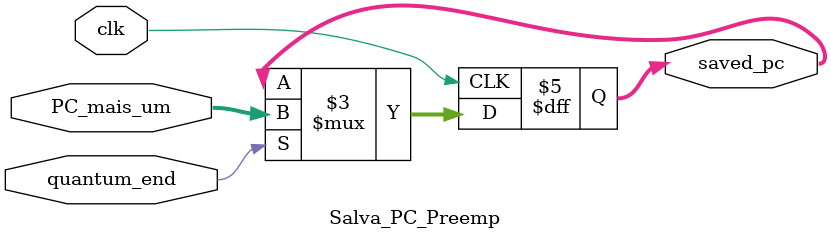
<source format=v>
module Salva_PC_Preemp (
    input [31:0] PC_mais_um,
    input quantum_end,
    input clk,  // Supondo que tenha um sinal de clock
    output reg [31:0] saved_pc
);

    always @(negedge clk) begin //testando 
        if (quantum_end == 1) begin
				//print_dados <= {28'b0, Rs}; // Zero-extension: 28 zeros + 4 bits de Rs
            saved_pc <= PC_mais_um;
        end
        // Caso contrário, mantém o valor anterior
    end

endmodule
</source>
